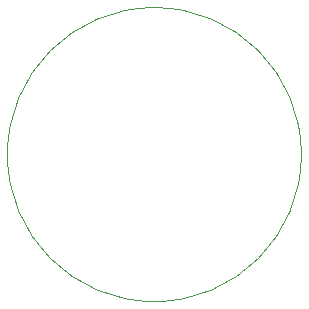
<source format=gbr>
%TF.GenerationSoftware,KiCad,Pcbnew,6.0.7-f9a2dced07~116~ubuntu20.04.1*%
%TF.CreationDate,2022-09-22T11:15:33+02:00*%
%TF.ProjectId,piezo_sensor_amplifier,7069657a-6f5f-4736-956e-736f725f616d,1.0*%
%TF.SameCoordinates,Original*%
%TF.FileFunction,Profile,NP*%
%FSLAX46Y46*%
G04 Gerber Fmt 4.6, Leading zero omitted, Abs format (unit mm)*
G04 Created by KiCad (PCBNEW 6.0.7-f9a2dced07~116~ubuntu20.04.1) date 2022-09-22 11:15:33*
%MOMM*%
%LPD*%
G01*
G04 APERTURE LIST*
%TA.AperFunction,Profile*%
%ADD10C,0.000000*%
%TD*%
G04 APERTURE END LIST*
D10*
X112450000Y-100000000D02*
G75*
G03*
X112450000Y-100000000I-12450000J0D01*
G01*
M02*

</source>
